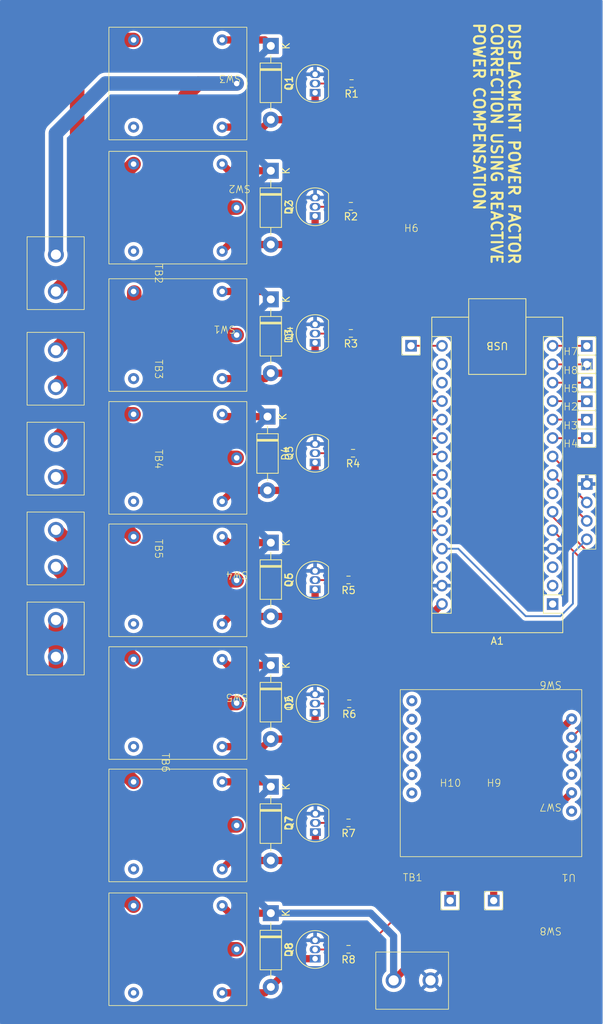
<source format=kicad_pcb>
(kicad_pcb (version 20221018) (generator pcbnew)
  (layers (0 "F.Cu" signal) (31 "B.Cu" signal) (34 "B.Paste" user) (35 "F.Paste" user) (36 "B.SilkS" user "B.Silkscreen") (37 "F.SilkS" user "F.Silkscreen") (38 "B.Mask" user) (39 "F.Mask" user) (44 "Edge.Cuts" user))
  (net 0 "")
  (net 1 "TX1")
  (net 2 "Net-(Q1-B)")
  (net 3 "RX1")
  (net 4 "Net-(Q2-B)")
  (net 5 "3V3")
  (net 6 "Net-(Q3-B)")
  (net 7 "+5V")
  (net 8 "Net-(Q5-B)")
  (net 9 "Net-(Q4-B)")
  (net 11 "GND")
  (net 12 "SIMTX")
  (net 13 "~SIMRX")
  (net 14 "D4")
  (net 15 "/PZEMRX")
  (net 16 "/PZEMTX")
  (net 17 "D7")
  (net 18 "D8")
  (net 19 "D9")
  (net 20 "D10")
  (net 21 "/switching_circuit/A0")
  (net 22 "/switching_circuit/A1")
  (net 23 "/switching_circuit/A2")
  (net 25 "/switching_circuit/A3")
  (net 26 "/switching_circuit/A4")
  (net 27 "/switching_circuit/A5")
  (net 28 "/switching_circuit/A6")
  (net 29 "/switching_circuit/A7")
  (net 30 "Net-(D6-A)")
  (net 31 "Net-(Q6-B)")
  (net 32 "Net-(Q7-B)")
  (net 34 "VIN")
  (net 35 "Net-(D1-A)")
  (net 44 "Net-(Q8-B)")
  (net 45 "/switching_circuit/SW_C1")
  (net 47 "/switching_circuit/SW_C2")
  (net 49 "/switching_circuit/SW_C3")
  (net 51 "/switching_circuit/SW_C4")
  (net 53 "/switching_circuit/SW_C5")
  (net 55 "/switching_circuit/SW_C6")
  (net 57 "/switching_circuit/SW_C7")
  (net 59 "/switching_circuit/SW_C8")
  (net 61 "MOSI")
  (net 62 "Net-(D2-A)")
  (net 63 "Net-(D3-A)")
  (net 64 "Net-(D5-A)")
  (net 65 "Net-(D7-A)")
  (net 66 "Net-(D8-A)")
  (net 67 "Net-(D4-A)")
  (net 68 "/switching_circuit/COM")
  (net 69 "MISO")
  (net 70 "SCK")
  (net 71 "VIN_buck")
  (net 72 "GND_buck")
  (footprint "Diode_THT:D_DO-41_SOD81_P10.16mm_Horizontal" (layer "F.Cu") (at 55.3 151.73 -90)
    (fp_text reference "D8" (at 5.08 -2.47 90) (layer "F.SilkS"))
    (fp_text value "1N4007")
    (fp_text user "K" (at 0 -2.1 90) (layer "F.SilkS"))
    (pad "1" thru_hole rect (at 0 0 270) (size 2.2 2.2) (drill 1.1) (layers "*.Cu" "*.Mask") (net 34 "VIN"))
    (pad "2" thru_hole oval (at 10.16 0 270) (size 2.2 2.2) (drill 1.1) (layers "*.Cu" "*.Mask") (net 66 "Net-(D8-A)"))
  )
  (footprint "Diode_THT:D_DO-41_SOD81_P10.16mm_Horizontal" (layer "F.Cu") (at 55.3 32.32 -90)
    (fp_text reference "D1" (at 5.08 -2.47 90) (layer "F.SilkS"))
    (fp_text value "1N4007")
    (fp_text user "K" (at 0 -2.1 90) (layer "F.SilkS"))
    (pad "1" thru_hole rect (at 0 0 270) (size 2.2 2.2) (drill 1.1) (layers "*.Cu" "*.Mask") (net 34 "VIN"))
    (pad "2" thru_hole oval (at 10.16 0 270) (size 2.2 2.2) (drill 1.1) (layers "*.Cu" "*.Mask") (net 35 "Net-(D1-A)"))
  )
  (footprint "Custom Library:TB_2pin" (layer "F.Cu") (at 25.7 101.5 -90)
    (fp_text reference "TB5" (at 0.08 -14.16 -90 unlocked) (layer "F.SilkS") (effects (font (thickness 0.1))))
    (fp_text value "Terminal_block_2pos")
    (pad "1" thru_hole circle (at -2.54 0 270) (size 2.2 2.2) (drill 1.4) (layers "*.Cu" "*.Mask") (net 55 "/switching_circuit/SW_C6"))
    (pad "2" thru_hole circle (at 2.54 0 270) (size 2.2 2.2) (drill 1.4) (layers "*.Cu" "*.Mask") (net 57 "/switching_circuit/SW_C7"))
  )
  (footprint "Diode_THT:D_DO-41_SOD81_P10.16mm_Horizontal" (layer "F.Cu") (at 55.3 67.22 -90)
    (fp_text reference "D3" (at 5.08 -2.47 90) (layer "F.SilkS"))
    (fp_text value "1N4007")
    (fp_text user "K" (at 0 -2.1 90) (layer "F.SilkS"))
    (pad "1" thru_hole rect (at 0 0 270) (size 2.2 2.2) (drill 1.1) (layers "*.Cu" "*.Mask") (net 34 "VIN"))
    (pad "2" thru_hole oval (at 10.16 0 270) (size 2.2 2.2) (drill 1.1) (layers "*.Cu" "*.Mask") (net 63 "Net-(D3-A)"))
  )
  (footprint "Custom Library:1pin_header" (layer "F.Cu") (at 98.825 76.17)
    (fp_text reference "H8" (at -2.225 0.83 unlocked) (layer "F.SilkS") (effects (font (thickness 0.1))))
    (fp_text value "1pin_header")
    (pad "1" thru_hole rect (at 0 0) (size 1.6 1.6) (drill 1) (layers "*.Cu" "*.Mask") (net 61 "MOSI"))
  )
  (footprint "Package_TO_SOT_THT:TO-92_Inline" (layer "F.Cu") (at 61.4 73.2 90)
    (fp_text reference "Q4" (at 1.27 -3.56 90) (layer "F.SilkS"))
    (fp_text value "BC547")
    (pad "1" thru_hole rect (at 0 0 90) (size 1.05 1.5) (drill 0.75) (layers "*.Cu" "*.Mask") (net 63 "Net-(D3-A)"))
    (pad "2" thru_hole oval (at 1.27 0 90) (size 1.05 1.5) (drill 0.75) (layers "*.Cu" "*.Mask") (net 9 "Net-(Q4-B)"))
    (pad "3" thru_hole oval (at 2.54 0 90) (size 1.05 1.5) (drill 0.75) (layers "*.Cu" "*.Mask") (net 11 "GND"))
  )
  (footprint "Custom Library:JQC-3FC(T73) DC5V" (layer "F.Cu") (at 50.6 89.04 180)
    (fp_text reference "SW4" (at -0.04 -16.14 180 unlocked) (layer "F.SilkS") (effects (font (thickness 0.1))))
    (fp_text value "JQC-3FC(T73) DC5V")
    (pad "1" thru_hole circle (at 0 0 180) (size 1.524 1.524) (drill 0.762) (layers "*.Cu" "*.Mask") (net 68 "/switching_circuit/COM"))
    (pad "2" thru_hole circle (at 2 6 180) (size 1.524 1.524) (drill 0.762) (layers "*.Cu" "*.Mask") (net 34 "VIN"))
    (pad "3" thru_hole circle (at 2 -6 180) (size 1.524 1.524) (drill 0.762) (layers "*.Cu" "*.Mask") (net 67 "Net-(D4-A)"))
    (pad "4" thru_hole circle (at 14.2 -6 180) (size 1.524 1.524) (drill 0.762) (layers "*.Cu" "*.Mask"))
    (pad "5" thru_hole circle (at 14.2 6 180) (size 1.524 1.524) (drill 0.762) (layers "*.Cu" "*.Mask") (net 51 "/switching_circuit/SW_C4"))
  )
  (footprint "Custom Library:JQC-3FC(T73) DC5V" (layer "F.Cu") (at 50.6 139.65 180)
    (fp_text reference "SW7" (at -43.245 2.505 180 unlocked) (layer "F.SilkS") (effects (font (thickness 0.1))))
    (fp_text value "JQC-3FC(T73) DC5V")
    (pad "1" thru_hole circle (at 0 0 180) (size 1.524 1.524) (drill 0.762) (layers "*.Cu" "*.Mask") (net 68 "/switching_circuit/COM"))
    (pad "2" thru_hole circle (at 2 6 180) (size 1.524 1.524) (drill 0.762) (layers "*.Cu" "*.Mask") (net 34 "VIN"))
    (pad "3" thru_hole circle (at 2 -6 180) (size 1.524 1.524) (drill 0.762) (layers "*.Cu" "*.Mask") (net 65 "Net-(D7-A)"))
    (pad "4" thru_hole circle (at 14.2 -6 180) (size 1.524 1.524) (drill 0.762) (layers "*.Cu" "*.Mask"))
    (pad "5" thru_hole circle (at 14.2 6 180) (size 1.524 1.524) (drill 0.762) (layers "*.Cu" "*.Mask") (net 57 "/switching_circuit/SW_C7"))
  )
  (footprint "Package_TO_SOT_THT:TO-92_Inline" (layer "F.Cu") (at 61.4 107.14 90)
    (fp_text reference "Q6" (at 1.27 -3.56 90) (layer "F.SilkS"))
    (fp_text value "BC547")
    (pad "1" thru_hole rect (at 0 0 90) (size 1.05 1.5) (drill 0.75) (layers "*.Cu" "*.Mask") (net 64 "Net-(D5-A)"))
    (pad "2" thru_hole oval (at 1.27 0 90) (size 1.05 1.5) (drill 0.75) (layers "*.Cu" "*.Mask") (net 31 "Net-(Q6-B)"))
    (pad "3" thru_hole oval (at 2.54 0 90) (size 1.05 1.5) (drill 0.75) (layers "*.Cu" "*.Mask") (net 11 "GND"))
  )
  (footprint "Resistor_SMD:R_0603_1608Metric" (layer "F.Cu") (at 66.325 54.4 180)
    (fp_text reference "R2" (at 0 -1.43) (layer "F.SilkS"))
    (fp_text value "R0603_1k")
    (pad "1" smd roundrect (at -0.825 0 180) (size 0.8 0.95) (layers "F.Cu" "F.Paste" "F.Mask") (net 22 "/switching_circuit/A1"))
    (pad "2" smd roundrect (at 0.825 0 180) (size 0.8 0.95) (layers "F.Cu" "F.Paste" "F.Mask") (net 6 "Net-(Q3-B)"))
  )
  (footprint "Package_TO_SOT_THT:TO-92_Inline" (layer "F.Cu") (at 61.4 55.74 90)
    (fp_text reference "Q3" (at 1.27 -3.56 90) (layer "F.SilkS"))
    (fp_text value "BC547")
    (pad "1" thru_hole rect (at 0 0 90) (size 1.05 1.5) (drill 0.75) (layers "*.Cu" "*.Mask") (net 62 "Net-(D2-A)"))
    (pad "2" thru_hole oval (at 1.27 0 90) (size 1.05 1.5) (drill 0.75) (layers "*.Cu" "*.Mask") (net 6 "Net-(Q3-B)"))
    (pad "3" thru_hole oval (at 2.54 0 90) (size 1.05 1.5) (drill 0.75) (layers "*.Cu" "*.Mask") (net 11 "GND"))
  )
  (footprint "Package_TO_SOT_THT:TO-92_Inline" (layer "F.Cu") (at 61.4 38.77 90)
    (fp_text reference "Q1" (at 1.27 -3.56 90) (layer "F.SilkS"))
    (fp_text value "BC547")
    (pad "1" thru_hole rect (at 0 0 90) (size 1.05 1.5) (drill 0.75) (layers "*.Cu" "*.Mask") (net 35 "Net-(D1-A)"))
    (pad "2" thru_hole oval (at 1.27 0 90) (size 1.05 1.5) (drill 0.75) (layers "*.Cu" "*.Mask") (net 2 "Net-(Q1-B)"))
    (pad "3" thru_hole oval (at 2.54 0 90) (size 1.05 1.5) (drill 0.75) (layers "*.Cu" "*.Mask") (net 11 "GND"))
  )
  (footprint "Custom Library:JQC-3FC(T73) DC5V" (layer "F.Cu") (at 50.6 122.8 180)
    (fp_text reference "SW6" (at -43.245 2.505 180 unlocked) (layer "F.SilkS") (effects (font (thickness 0.1))))
    (fp_text value "JQC-3FC(T73) DC5V")
    (pad "1" thru_hole circle (at 0 0 180) (size 1.524 1.524) (drill 0.762) (layers "*.Cu" "*.Mask") (net 68 "/switching_circuit/COM"))
    (pad "2" thru_hole circle (at 2 6 180) (size 1.524 1.524) (drill 0.762) (layers "*.Cu" "*.Mask") (net 34 "VIN"))
    (pad "3" thru_hole circle (at 2 -6 180) (size 1.524 1.524) (drill 0.762) (layers "*.Cu" "*.Mask") (net 30 "Net-(D6-A)"))
    (pad "4" thru_hole circle (at 14.2 -6 180) (size 1.524 1.524) (drill 0.762) (layers "*.Cu" "*.Mask"))
    (pad "5" thru_hole circle (at 14.2 6 180) (size 1.524 1.524) (drill 0.762) (layers "*.Cu" "*.Mask") (net 55 "/switching_circuit/SW_C6"))
  )
  (footprint "Custom Library:JQC-3FC(T73) DC5V" (layer "F.Cu") (at 50.6 156.7 180)
    (fp_text reference "SW8" (at -43.245 2.505 180 unlocked) (layer "F.SilkS") (effects (font (thickness 0.1))))
    (fp_text value "JQC-3FC(T73) DC5V")
    (pad "1" thru_hole circle (at 0 0 180) (size 1.524 1.524) (drill 0.762) (layers "*.Cu" "*.Mask") (net 68 "/switching_circuit/COM"))
    (pad "2" thru_hole circle (at 2 6 180) (size 1.524 1.524) (drill 0.762) (layers "*.Cu" "*.Mask") (net 34 "VIN"))
    (pad "3" thru_hole circle (at 2 -6 180) (size 1.524 1.524) (drill 0.762) (layers "*.Cu" "*.Mask") (net 66 "Net-(D8-A)"))
    (pad "4" thru_hole circle (at 14.2 -6 180) (size 1.524 1.524) (drill 0.762) (layers "*.Cu" "*.Mask"))
    (pad "5" thru_hole circle (at 14.2 6 180) (size 1.524 1.524) (drill 0.762) (layers "*.Cu" "*.Mask") (net 59 "/switching_circuit/SW_C8"))
  )
  (footprint "Resistor_SMD:R_0603_1608Metric" (layer "F.Cu") (at 66.425 37.5 180)
    (fp_text reference "R1" (at 0 -1.43) (layer "F.SilkS"))
    (fp_text value "R0603_1k")
    (pad "1" smd roundrect (at -0.825 0 180) (size 0.8 0.95) (layers "F.Cu" "F.Paste" "F.Mask") (net 21 "/switching_circuit/A0"))
    (pad "2" smd roundrect (at 0.825 0 180) (size 0.8 0.95) (layers "F.Cu" "F.Paste" "F.Mask") (net 2 "Net-(Q1-B)"))
  )
  (footprint "Custom Library:JQC-3FC(T73) DC5V" (layer "F.Cu") (at 50.6 54.59 180)
    (fp_text reference "SW2" (at -0.4 2.59 180 unlocked) (layer "F.SilkS") (effects (font (thickness 0.1))))
    (fp_text value "JQC-3FC(T73) DC5V")
    (pad "1" thru_hole circle (at 0 0 180) (size 1.524 1.524) (drill 0.762) (layers "*.Cu" "*.Mask") (net 68 "/switching_circuit/COM"))
    (pad "2" thru_hole circle (at 2 6 180) (size 1.524 1.524) (drill 0.762) (layers "*.Cu" "*.Mask") (net 34 "VIN"))
    (pad "3" thru_hole circle (at 2 -6 180) (size 1.524 1.524) (drill 0.762) (layers "*.Cu" "*.Mask") (net 62 "Net-(D2-A)"))
    (pad "4" thru_hole circle (at 14.2 -6 180) (size 1.524 1.524) (drill 0.762) (layers "*.Cu" "*.Mask"))
    (pad "5" thru_hole circle (at 14.2 6 180) (size 1.524 1.524) (drill 0.762) (layers "*.Cu" "*.Mask") (net 47 "/switching_circuit/SW_C2"))
  )
  (footprint "Custom Library:1pin_header" (layer "F.Cu") (at 80 150)
    (fp_text reference "H10" (at 0.04 -16.18 unlocked) (layer "F.SilkS") (effects (font (thickness 0.1))))
    (fp_text value "1pin_header")
    (pad "1" thru_hole rect (at 0 0) (size 1.6 1.6) (drill 1) (layers "*.Cu" "*.Mask") (net 72 "GND_buck"))
  )
  (footprint "Resistor_SMD:R_0603_1608Metric" (layer "F.Cu") (at 66 105.85 180)
    (fp_text reference "R5" (at 0 -1.43) (layer "F.SilkS"))
    (fp_text value "R0603_1k")
    (pad "1" smd roundrect (at -0.825 0 180) (size 0.8 0.95) (layers "F.Cu" "F.Paste" "F.Mask") (net 26 "/switching_circuit/A4"))
    (pad "2" smd roundrect (at 0.825 0 180) (size 0.8 0.95) (layers "F.Cu" "F.Paste" "F.Mask") (net 31 "Net-(Q6-B)"))
  )
  (footprint "Diode_THT:D_DO-41_SOD81_P10.16mm_Horizontal" (layer "F.Cu") (at 54.85 83.36 -90)
    (fp_text reference "D4" (at 5.08 -2.47 90) (layer "F.SilkS"))
    (fp_text value "1N4007")
    (fp_text user "K" (at 0 -2.1 90) (layer "F.SilkS"))
    (pad "1" thru_hole rect (at 0 0 270) (size 2.2 2.2) (drill 1.1) (layers "*.Cu" "*.Mask") (net 34 "VIN"))
    (pad "2" thru_hole oval (at 10.16 0 270) (size 2.2 2.2) (drill 1.1) (layers "*.Cu" "*.Mask") (net 67 "Net-(D4-A)"))
  )
  (footprint "Resistor_SMD:R_0603_1608Metric" (layer "F.Cu") (at 66.325 71.9 180)
    (fp_text reference "R3" (at 0 -1.43) (layer "F.SilkS"))
    (fp_text value "R0603_1k")
    (pad "1" smd roundrect (at -0.825 0 180) (size 0.8 0.95) (layers "F.Cu" "F.Paste" "F.Mask") (net 23 "/switching_circuit/A2"))
    (pad "2" smd roundrect (at 0.825 0 180) (size 0.8 0.95) (layers "F.Cu" "F.Paste" "F.Mask") (net 9 "Net-(Q4-B)"))
  )
  (footprint "Resistor_SMD:R_0603_1608Metric" (layer "F.Cu") (at 66.1 122.9 180)
    (fp_text reference "R6" (at 0 -1.43) (layer "F.SilkS"))
    (fp_text value "R0603_1k")
    (pad "1" smd roundrect (at -0.825 0 180) (size 0.8 0.95) (layers "F.Cu" "F.Paste" "F.Mask") (net 27 "/switching_circuit/A5"))
    (pad "2" smd roundrect (at 0.825 0 180) (size 0.8 0.95) (layers "F.Cu" "F.Paste" "F.Mask") (net 4 "Net-(Q2-B)"))
  )
  (footprint "Custom Library:TB_2pin" (layer "F.Cu") (at 25.7 89.14 -90)
    (fp_text reference "TB4" (at 0.08 -14.16 -90 unlocked) (layer "F.SilkS") (effects (font (thickness 0.1))))
    (fp_text value "Terminal_block_2pos")
    (pad "1" thru_hole circle (at -2.54 0 270) (size 2.2 2.2) (drill 1.4) (layers "*.Cu" "*.Mask") (net 51 "/switching_circuit/SW_C4"))
    (pad "2" thru_hole circle (at 2.54 0 270) (size 2.2 2.2) (drill 1.4) (layers "*.Cu" "*.Mask") (net 53 "/switching_circuit/SW_C5"))
  )
  (footprint "Custom Library:JQC-3FC(T73) DC5V" (layer "F.Cu") (at 50.6 72.13 180)
    (fp_text reference "SW3" (at 0.92 35.3 180 unlocked) (layer "F.SilkS") (effects (font (thickness 0.1))))
    (fp_text value "JQC-3FC(T73) DC5V")
    (pad "1" thru_hole circle (at 0 0 180) (size 1.524 1.524) (drill 0.762) (layers "*.Cu" "*.Mask") (net 68 "/switching_circuit/COM"))
    (pad "2" thru_hole circle (at 2 6 180) (size 1.524 1.524) (drill 0.762) (layers "*.Cu" "*.Mask") (net 34 "VIN"))
    (pad "3" thru_hole circle (at 2 -6 180) (size 1.524 1.524) (drill 0.762) (layers "*.Cu" "*.Mask") (net 63 "Net-(D3-A)"))
    (pad "4" thru_hole circle (at 14.2 -6 180) (size 1.524 1.524) (drill 0.762) (layers "*.Cu" "*.Mask"))
    (pad "5" thru_hole circle (at 14.2 6 180) (size 1.524 1.524) (drill 0.762) (layers "*.Cu" "*.Mask") (net 49 "/switching_circuit/SW_C3"))
  )
  (footprint "Custom Library:JQC-3FC(T73) DC5V" (layer "F.Cu") (at 50.6 105.9 180)
    (fp_text reference "SW5" (at -0.04 -16.14 180 unlocked) (layer "F.SilkS") (effects (font (thickness 0.1))))
    (fp_text value "JQC-3FC(T73) DC5V")
    (pad "1" thru_hole circle (at 0 0 180) (size 1.524 1.524) (drill 0.762) (layers "*.Cu" "*.Mask") (net 68 "/switching_circuit/COM"))
    (pad "2" thru_hole circle (at 2 6 180) (size 1.524 1.524) (drill 0.762) (layers "*.Cu" "*.Mask") (net 34 "VIN"))
    (pad "3" thru_hole circle (at 2 -6 180) (size 1.524 1.524) (drill 0.762) (layers "*.Cu" "*.Mask") (net 64 "Net-(D5-A)"))
    (pad "4" thru_hole circle (at 14.2 -6 180) (size 1.524 1.524) (drill 0.762) (layers "*.Cu" "*.Mask"))
    (pad "5" thru_hole circle (at 14.2 6 180) (size 1.524 1.524) (drill 0.762) (layers "*.Cu" "*.Mask") (net 53 "/switching_circuit/SW_C5"))
  )
  (footprint "Custom Library:1pin_header" (layer "F.Cu") (at 98.825 73.63)
    (fp_text reference "H7" (at -2.225 0.77 unlocked) (layer "F.SilkS") (effects (font (thickness 0.1))))
    (fp_text value "1pin_header")
    (pad "1" thru_hole rect (at 0 0) (size 1.6 1.6) (drill 1) (layers "*.Cu" "*.Mask") (net 69 "MISO"))
  )
  (footprint "Module:Arduino_Nano" (layer "F.Cu") (at 94.115 109.17 180)
    (fp_text reference "A1" (at 7.62 -5.08) (layer "F.SilkS"))
    (fp_text value "Arduino_Nano_Every")
    (fp_text user "USB" (at 7.62 35.56 180 unlocked) (layer "F.SilkS"))
    (pad "1" thru_hole rect (at 0 0 180) (size 1.6 1.6) (drill 1) (layers "*.Cu" "*.Mask") (net 1 "TX1"))
    (pad "2" thru_hole oval (at 0 2.54 180) (size 1.6 1.6) (drill 1) (layers "*.Cu" "*.Mask") (net 3 "RX1"))
    (pad "3" thru_hole oval (at 0 5.08 180) (size 1.6 1.6) (drill 1) (layers "*.Cu" "*.Mask"))
    (pad "4" thru_hole oval (at 0 7.62 180) (size 1.6 1.6) (drill 1) (layers "*.Cu" "*.Mask") (net 11 "GND"))
    (pad "5" thru_hole oval (at 0 10.16 180) (size 1.6 1.6) (drill 1) (layers "*.Cu" "*.Mask") (net 12 "SIMTX"))
    (pad "6" thru_hole oval (at 0 12.7 180) (size 1.6 1.6) (drill 1) (layers "*.Cu" "*.Mask") (net 13 "~SIMRX"))
    (pad "7" thru_hole oval (at 0 15.24 180) (size 1.6 1.6) (drill 1) (layers "*.Cu" "*.Mask") (net 14 "D4"))
    (pad "8" thru_hole oval (at 0 17.78 180) (size 1.6 1.6) (drill 1) (layers "*.Cu" "*.Mask") (net 15 "/PZEMRX"))
    (pad "9" thru_hole oval (at 0 20.32 180) (size 1.6 1.6) (drill 1) (layers "*.Cu" "*.Mask") (net 16 "/PZEMTX"))
    (pad "10" thru_hole oval (at 0 22.86 180) (size 1.6 1.6) (drill 1) (layers "*.Cu" "*.Mask") (net 17 "D7"))
    (pad "11" thru_hole oval (at 0 25.4 180) (size 1.6 1.6) (drill 1) (layers "*.Cu" "*.Mask") (net 18 "D8"))
    (pad "12" thru_hole oval (at 0 27.94 180) (size 1.6 1.6) (drill 1) (layers "*.Cu" "*.Mask") (net 19 "D9"))
    (pad "13" thru_hole oval (at 0 30.48 180) (size 1.6 1.6) (drill 1) (layers "*.Cu" "*.Mask") (net 20 "D10"))
    (pad "14" thru_hole oval (at 0 33.02 180) (size 1.6 1.6) (drill 1) (layers "*.Cu" "*.Mask") (net 61 "MOSI"))
    (pad "15" thru_hole oval (at 0 35.56 180) (size 1.6 1.6) (drill 1) (layers "*.Cu" "*.Mask") (net 69 "MISO"))
    (pad "16" thru_hole oval (at 15.24 35.56 180) (size 1.6 1.6) (drill 1) (layers "*.Cu" "*.Mask") (net 70 "SCK"))
    (pad "17" thru_hole oval (at 15.24 33.02 180) (size 1.6 1.6) (drill 1) (layers "*.Cu" "*.Mask") (net 5 "3V3"))
    (pad "18" thru_hole oval (at 15.24 30.48 180) (size 1.6 1.6) (drill 1) (layers "*.Cu" "*.Mask"))
    (pad "19" thru_hole oval (at 15.24 27.94 180) (size 1.6 1.6) (drill 1) (layers "*.Cu" "*.Mask") (net 21 "/switching_circuit/A0"))
    (pad "20" thru_hole oval (at 15.24 25.4 180) (size 1.6 1.6) (drill 1) (layers "*.Cu" "*.Mask") (net 22 "/switching_circuit/A1"))
    (pad "21" thru_hole oval (at 15.24 22.86 180) (size 1.6 1.6) (drill 1) (layers "*.Cu" "*.Mask") (net 23 "/switching_circuit/A2"))
    (pad "22" thru_hole oval (at 15.24 20.32 180) (size 1.6 1.6) (drill 1) (layers "*.Cu" "*.Mask") (net 25 "/switching_circuit/A3"))
    (pad "23" thru_hole oval (at 15.24 17.78 180) (size 1.6 1.6) (drill 1) (layers "*.Cu" "*.Mask") (net 26 "/switching_circuit/A4"))
    (pad "24" thru_hole oval (at 15.24 15.24 180) (size 1.6 1.6) (drill 1) (layers "*.Cu" "*.Mask") (net 27 "/switching_circuit/A5"))
    (pad "25" thru_hole oval (at 15.24 12.7 180) (size 1.6 1.6) (drill 1) (layers "*.Cu" "*.Mask") (net 28 "/switching_circuit/A6"))
    (pad "26" thru_hole oval (at 15.24 10.16 180) (size 1.6 1.6) (drill 1) (layers "*.Cu" "*.Mask") (net 29 "/switching_circuit/A7"))
    (pad "27" thru_hole oval (at 15.24 7.62 180) (size 1.6 1.6) (drill 1) (layers "*.Cu" "*.Mask") (net 7 "+5V"))
    (pad "28" thru_hole oval (at 15.24 5.08 180) (size 1.6 1.6) (drill 1) (layers "*.Cu" "*.Mask"))
    (pad "29" thru_hole oval (at 15.24 2.54 180) (size 1.6 1.6) (drill 1) (layers "*.Cu" "*.Mask") (net 11 "GND"))
    (pad "30" thru_hole oval (at 15.24 0 180) (size 1.6 1.6) (drill 1) (layers "*.Cu" "*.Mask") (net 34 "VIN"))
  )
  (footprint "Custom Library:1pin_header" (layer "F.Cu") (at 74.615 73.61)
    (fp_text reference "H6" (at 0.04 -16.18 unlocked) (layer "F.SilkS") (effects (font (thickness 0.1))))
    (fp_text value "1pin_header")
    (pad "1" thru_hole rect (at 0 0) (size 1.6 1.6) (drill 1) (layers "*.Cu" "*.Mask") (net 70 "SCK"))
  )
  (footprint "Package_TO_SOT_THT:TO-92_Inline" (layer "F.Cu") (at 61.4 124.14 90)
    (fp_text reference "Q2" (at 1.27 -3.56 90) (layer "F.SilkS"))
    (fp_text value "BC547")
    (pad "1" thru_hole rect (at 0 0 90) (size 1.05 1.5) (drill 0.75) (layers "*.Cu" "*.Mask") (net 30 "Net-(D6-A)"))
    (pad "2" thru_hole oval (at 1.27 0 90) (size 1.05 1.5) (drill 0.75) (layers "*.Cu" "*.Mask") (net 4 "Net-(Q2-B)"))
    (pad "3" thru_hole oval (at 2.54 0 90) (size 1.05 1.5) (drill 0.75) (layers "*.Cu" "*.Mask") (net 11 "GND"))
  )
  (footprint "Resistor_SMD:R_0603_1608Metric" (layer "F.Cu") (at 66.625 88.4 180)
    (fp_text reference "R4" (at 0 -1.43) (layer "F.SilkS"))
    (fp_text value "R0603_1k")
    (pad "1" smd roundrect (at -0.825 0 180) (size 0.8 0.95) (layers "F.Cu" "F.Paste" "F.Mask") (net 25 "/switching_circuit/A3"))
    (pad "2" smd roundrect (at 0.825 0 180) (size 0.8 0.95) (layers "F.Cu" "F.Paste" "F.Mask") (net 8 "Net-(Q5-B)"))
  )
  (footprint "Custom Library:1pin_header" (layer "F.Cu") (at 86 150)
    (fp_text reference "H9" (at 0.04 -16.18 unlocked) (layer "F.SilkS") (effects (font (thickness 0.1))))
    (fp_text value "1pin_header")
    (pad "1" thru_hole rect (at 0 0) (size 1.6 1.6) (drill 1) (layers "*.Cu" "*.Mask") (net 71 "VIN_buck"))
  )
  (footprint "Custom Library:TB_2pin" (layer "F.Cu") (at 25.7 76.76 -90)
    (fp_text reference "TB3" (at 0.08 -14.16 -90 unlocked) (layer "F.SilkS") (effects (font (thickness 0.1))))
    (fp_text value "Terminal_block_2pos")
    (pad "1" thru_hole circle (at -2.54 0 270) (size 2.2 2.2) (drill 1.4) (layers "*.Cu" "*.Mask") (net 47 "/switching_circuit/SW_C2"))
    (pad "2" thru_hole circle (at 2.54 0 270) (size 2.2 2.2) (drill 1.4) (layers "*.Cu" "*.Mask") (net 49 "/switching_circuit/SW_C3"))
  )
  (footprint "Resistor_SMD:R_0603_1608Metric" (layer "F.Cu") (at 66 139.3 180)
    (fp_text reference "R7" (at 0 -1.43) (layer "F.SilkS"))
    (fp_text value "R0603_1k")
    (pad "1" smd roundrect (at -0.825 0 180) (size 0.8 0.95) (layers "F.Cu" "F.Paste" "F.Mask") (net 28 "/switching_circuit/A6"))
    (pad "2" smd roundrect (at 0.825 0 180) (size 0.8 0.95) (layers "F.Cu" "F.Paste" "F.Mask") (net 32 "Net-(Q7-B)"))
  )
  (footprint "Package_TO_SOT_THT:TO-92_Inline" (layer "F.Cu") (at 61.4 158 90)
    (fp_text reference "Q8" (at 1.27 -3.56 90) (layer "F.SilkS"))
    (fp_text value "BC547")
    (pad "1" thru_hole rect (at 0 0 90) (size 1.05 1.5) (drill 0.75) (layers "*.Cu" "*.Mask") (net 66 "Net-(D8-A)"))
    (pad "2" thru_hole oval (at 1.27 0 90) (size 1.05 1.5) (drill 0.75) (layers "*.Cu" "*.Mask") (net 44 "Net-(Q8-B)"))
    (pad "3" thru_hole oval (at 2.54 0 90) (size 1.05 1.5) (drill 0.75) (layers "*.Cu" "*.Mask") (net 11 "GND"))
  )
  (footprint "Resistor_SMD:R_0603_1608Metric" (layer "F.Cu") (at 66 156.7 180)
    (fp_text reference "R8" (at 0 -1.43) (layer "F.SilkS"))
    (fp_text value "R0603_1k")
    (pad "1" smd roundrect (at -0.825 0 180) (size 0.8 0.95) (layers "F.Cu" "F.Paste" "F.Mask") (net 29 "/switching_circuit/A7"))
    (pad "2" smd roundrect (at 0.825 0 180) (size 0.8 0.95) (layers "F.Cu" "F.Paste" "F.Mask") (net 44 "Net-(Q8-B)"))
  )
  (footprint "Custom Library:TB_2pin" (layer "F.Cu") (at 25.7 63.6 -90)
    (fp_text reference "TB2" (at 0.08 -14.16 -90 unlocked) (layer "F.SilkS") (effects (font (thickness 0.1))))
    (fp_text value "Terminal_block_2pos")
    (pad "1" thru_hole circle (at -2.54 0 270) (size 2.2 2.2) (drill 1.4) (layers "*.Cu" "*.Mask") (net 68 "/switching_circuit/COM"))
    (pad "2" thru_hole circle (at 2.54 0 270) (size 2.2 2.2) (drill 1.4) (layers "*.Cu" "*.Mask") (net 45 "/switching_circuit/SW_C1"))
  )
  (footprint "Custom Library:JQC-3FC(T73) DC5V" (layer "F.Cu") (at 50.6 37.5 180)
    (fp_text reference "SW1" (at 1.68 -33.85 180 unlocked) (layer "F.SilkS") (effects (font (thickness 0.1))))
    (fp_text value "JQC-3FC(T73) DC5V")
    (pad "1" thru_hole circle (at 0 0 180) (size 1.524 1.524) (drill 0.762) (layers "*.Cu" "*.Mask") (net 68 "/switching_circuit/COM"))
    (pad "2" thru_hole circle (at 2 6 180) (size 1.524 1.524) (drill 0.762) (layers "*.Cu" "*.Mask") (net 34 "VIN"))
    (pad "3" thru_hole circle (at 2 -6 180) (size 1.524 1.524) (drill 0.762) (layers "*.Cu" "*.Mask") (net 35 "Net-(D1-A)"))
    (pad "4" thru_hole circle (at 14.2 -6 180) (size 1.524 1.524) (drill 0.762) (layers "*.Cu" "*.Mask"))
    (pad "5" thru_hole circle (at 14.2 6 180) (size 1.524 1.524) (drill 0.762) (layers "*.Cu" "*.Mask") (net 45 "/switching_circuit/SW_C1"))
  )
  (footprint "Custom Library:1pin_header" (layer "F.Cu") (at 98.825 83.79)
    (fp_text reference "H3" (at -2.225 0.81 unlocked) (layer "F.SilkS") (effects (font (thickness 0.1))))
    (fp_text value "1pin_header")
    (pad "1" thru_hole rect (at 0 0) (size 1.6 1.6) (drill 1) (layers "*.Cu" "*.Mask") (net 18 "D8"))
  )
  (footprint "GSM M1:GSM M1" (layer "F.Cu") (at 96.73 135.15 180)
    (fp_text reference "U1" (at 0.4 -11.7 180 unlocked) (layer "F.SilkS") (effects (font (thickness 0.1))))
    (fp_text value "SIM800L")
    (pad "1" thru_hole circle (at 22 12.66 180) (size 1.524 1.524) (drill 0.762) (layers "*.Cu" "*.Mask"))
    (pad "2" thru_hole circle (at 22 10.12 180) (size 1.524 1.524) (drill 0.762) (layers "*.Cu" "*.Mask"))
    (pad "3" thru_hole circle (at 22 7.58 180) (size 1.524 1.524) (drill 0.762) (layers "*.Cu" "*.Mask"))
    (pad "4" thru_hole circle (at 22 5.04 180) (size 1.524 1.524) (drill 0.762) (layers "*.Cu" "*.Mask"))
    (pad "5" thru_hole circle (at 22 2.5 180) (size 1.524 1.524) (drill 0.762) (layers "*.Cu" "*.Mask"))
    (pad "6" thru_hole circle (at 22 -0.04 180) (size 1.524 1.524) (drill 0.762) (layers "*.Cu" "*.Mask"))
    (pad "7" thru_hole circle (at 0 -2.54 180) (size 1.524 1.524) (drill 0.762) (layers "*.Cu" "*.Mask"))
    (pad "8" thru_hole circle (at 0 0 180) (size 1.524 1.524) (drill 0.762) (layers "*.Cu" "*.Mask") (net 71 "VIN_buck"))
    (pad "9" thru_hole circle (at 0 2.54 180) (size 1.524 1.524) (drill 0.762) (layers "*.Cu" "*.Mask"))
    (pad "10" thru_hole circle (at 0 5.08 180) (size 1.524 1.524) (drill 0.762) (layers "*.Cu" "*.Mask") (net 13 "~SIMRX"))
    (pad "11" thru_hole circle (at 0 7.62 180) (size 1.524 1.524) (drill 0.762) (layers "*.Cu" "*.Mask") (net 12 "SIMTX"))
    (pad "12" thru_hole circle (at 0 10.16 180) (size 1.524 1.524) (drill 0.762) (layers "*.Cu" "*.Mask") (net 72 "GND_buck"))
  )
  (footprint "Custom Library:1pin_header" (layer "F.Cu") (at 98.825 78.67)
    (fp_text reference "H5" (at -2.225 0.83 unlocked) (layer "F.SilkS") (effects (font (thickness 0.1))))
    (fp_text value "1pin_header")
    (pad "1" thru_hole rect (at 0 0) (size 1.6 1.6) (drill 1) (layers "*.Cu" "*.Mask") (net 20 "D10"))
  )
  (footprint "Diode_THT:D_DO-41_SOD81_P10.16mm_Horizontal" (layer "F.Cu") (at 55.3 134.32 -90)
    (fp_text reference "D7" (at 5.08 -2.47 90) (layer "F.SilkS"))
    (fp_text value "1N4007")
    (fp_text user "K" (at 0 -2.1 90) (layer "F.SilkS"))
    (pad "1" thru_hole rect (at 0 0 270) (size 2.2 2.2) (drill 1.1) (layers "*.Cu" "*.Mask") (net 34 "VIN"))
    (pad "2" thru_hole oval (at 10.16 0 270) (size 2.2 2.2) (drill 1.1) (layers "*.Cu" "*.Mask") (net 65 "Net-(D7-A)"))
  )
  (footprint "Custom Library:TB_2pin" (layer "F.Cu") (at 25.7 113.9 -90)
    (fp_text reference "TB6" (at 17.11 -15.1 -90 unlocked) (layer "F.SilkS") (effects (font (thickness 0.1))))
    (fp_text value "Terminal_block_2pos")
    (pad "1" thru_hole circle (at -2.54 0 270) (size 2.2 2.2) (drill 1.4) (layers "*.Cu" "*.Mask") (net 59 "/switching_circuit/SW_C8"))
    (pad "2" thru_hole circle (at 2.54 0 270) (size 2.2 2.2) (drill 1.4) (layers "*.Cu" "*.Mask") (net 59 "/switching_circuit/SW_C8"))
  )
  (footprint "Package_TO_SOT_THT:TO-92_Inline" (layer "F.Cu") (at 61.4 89.67 90)
    (fp_text reference "Q5" (at 1.27 -3.56 90) (layer "F.SilkS"))
    (fp_text value "BC547")
    (pad "1" thru_hole rect (at 0 0 90) (size 1.05 1.5) (drill 0.75) (layers "*.Cu" "*.Mask") (net 67 "Net-(D4-A)"))
    (pad "2" thru_hole oval (at 1.27 0 90) (size 1.05 1.5) (drill 0.75) (layers "*.Cu" "*.Mask") (net 8 "Net-(Q5-B)"))
    (pad "3" thru_hole oval (at 2.54 0 90) (size 1.05 1.5) (drill 0.75) (layers "*.Cu" "*.Mask") (net 11 "GND"))
  )
  (footprint "Custom Library:1pin_header" (layer "F.Cu") (at 98.825 81.25)
    (fp_text reference "H2" (at -2.225 0.75 unlocked) (layer "F.SilkS") (effects (font (thickness 0.1))))
    (fp_text value "1pin_header")
    (pad "1" thru_hole rect (at 0 0) (size 1.6 1.6) (drill 1) (layers "*.Cu" "*.Mask") (net 19 "D9"))
  )
  (footprint "Diode_THT:D_DO-41_SOD81_P10.16mm_Horizontal" (layer "F.Cu") (at 55.3 117.6 -90)
    (fp_text reference "D6" (at 5.08 -2.47 90) (layer "F.SilkS"))
    (fp_text value "1N4007")
    (fp_text user "K" (at 0 -2.1 90) (layer "F.SilkS"))
    (pad "1" thru_hole rect (at 0 0 270) (size 2.2 2.2) (drill 1.1) (layers "*.Cu" "*.Mask") (net 34 "VIN"))
    (pad "2" thru_hole oval (at 10.16 0 270) (size 2.2 2.2) (drill 1.1) (layers "*.Cu" "*.Mask") (net 30 "Net-(D6-A)"))
  )
  (footprint "Diode_THT:D_DO-41_SOD81_P10.16mm_Horizontal" (layer "F.Cu") (at 55.3 49.51 -90)
    (fp_text reference "D2" (at 5.08 -2.47 90) (layer "F.SilkS"))
    (fp_text value "1N4007")
    (fp_text user "K" (at 0 -2.1 90) (layer "F.SilkS"))
    (pad "1" thru_hole rect (at 0 0 270) (size 2.2 2.2) (drill 1.1) (layers "*.Cu" "*.Mask") (net 34 "VIN"))
    (pad "2" thru_hole oval (at 10.16 0 270) (size 2.2 2.2) (drill 1.1) (layers "*.Cu" "*.Mask") (net 62 "Net-(D2-A)"))
  )
  (footprint "Custom Library:TB_2pin" (layer "F.Cu") (at 74.76 160.985)
    (fp_text reference "TB1" (at 0.08 -14.16 unlocked) (layer "F.SilkS") (effects (font (thickness 0.1))))
    (fp_text value "Terminal_block_2pos")
    (pad "1" thru_hole circle (at -2.54 0) (size 2.2 2.2) (drill 1.4) (layers "*.Cu" "*.Mask") (net 34 "VIN"))
    (pad "2" thru_hole circle (at 2.54 0) (size 2.2 2.2) (drill 1.4) (layers "*.Cu" "*.Mask") (net 11 "GND"))
  )
  (footprint "Diode_THT:D_DO-41_SOD81_P10.16mm_Horizontal" (layer "F.Cu") (at 55.3 100.72 -90)
    (fp_text reference "D5" (at 5.08 -2.47 90) (layer "F.SilkS"))
    (fp_text value "1N4007")
    (fp_text user "K" (at 0 -2.1 90) (layer "F.SilkS"))
    (pad "1" thru_hole rect (at 0 0 270) (size 2.2 2.2) (drill 1.1) (layers "*.Cu" "*.Mask") (net 34 "VIN"))
    (pad "2" thru_hole oval (at 10.16 0 270) (size 2.2 2.2) (drill 1.1) (layers "*.Cu" "*.Mask") (net 64 "Net-(D5-A)"))
  )
  (footprint "Custom Library:4pin_header" (layer "F.Cu") (at 98.825 92.64)
    (fp_text reference "H1" (at 0.04 -16.18 unlocked) (layer "F.SilkS") (effects (font (thickness 0.1))))
    (fp_text value "4pin_header")
    (pad "1" thru_hole rect (at 0 0) (size 1.6 1.6) (drill 1) (layers "*.Cu" "*.Mask") (net 11 "GND"))
    (pad "2" thru_hole oval (at 0 2.54) (size 1.6 1.6) (drill 1) (layers "*.Cu" "*.Mask") (net 16 "/PZEMTX"))
    (pad "3" thru_hole oval (at 0 5.08) (size 1.6 1.6) (drill 1) (layers "*.Cu" "*.Mask") (net 15 "/PZEMRX"))
    (pad "4" thru_hole oval (at 0 7.62) (size 1.6 1.6) (drill 1) (layers "*.Cu" "*.Mask") (net 7 "+5V"))
  )
  (footprint "Custom Library:1pin_header" (layer "F.Cu") (at 98.825 86.33)
    (fp_text reference "H4" (at -2.225 0.77 unlocked) (layer "F.SilkS") (effects (font (thickness 0.1))))
    (fp_text value "1pin_header")
    (pad "1" thru_hole rect (at 0 0) (size 1.6 1.6) (drill 1) (layers "*.Cu" "*.Mask") (net 17 "D7"))
  )
  (footprint "Package_TO_SOT_THT:TO-92_Inline" (layer "F.Cu") (at 61.44 140.57 90)
    (fp_text reference "Q7" (at 1.27 -3.56 90) (layer "F.SilkS"))
    (fp_text value "BC547")
    (pad "1" thru_hole rect (at 0 0 90) (size 1.05 1.5) (drill 0.75) (layers "*.Cu" "*.Mask") (net 65 "Net-(D7-A)"))
    (pad "2" thru_hole oval (at 1.27 0 90) (size 1.05 1.5) (drill 0.75) (layers "*.Cu" "*.Mask") (net 32 "Net-(Q7-B)"))
    (pad "3" thru_hole oval (at 2.54 0 90) (size 1.05 1.5) (drill 0.75) (layers "*.Cu" "*.Mask") (net 11 "GND"))
  )
  (gr_text "DISPLACMENT POWER FACTOR \nCORRECTION USING REACTIVE \nPOWER COMPENSATION" (at 83.1 29 270) (layer "F.SilkS") (effects (font (size 1.5 1.5) (thickness 0.3) bold) (justify left bottom)))
  (segment (start 65.6 37.5) (end 61.4 37.5) (width 0.25) (layer "F.Cu") (net 2))
  (segment (start 65.245 122.87) (end 61.4 122.87) (width 0.25) (layer "F.Cu") (net 4))
  (segment (start 65.275 122.9) (end 65.245 122.87) (width 0.25) (layer "F.Cu") (net 4))
  (segment (start 65.43 54.47) (end 65.5 54.4) (width 0.25) (layer "F.Cu") (net 6))
  (segment (start 61.4 54.47) (end 65.43 54.47) (width 0.25) (layer "F.Cu") (net 6))
  (segment (start 98.825 100.26) (end 96.91 102.175) (width 0.25) (layer "B.Cu") (net 7))
  (segment (start 90.41 110.84) (end 81.12 101.55) (width 0.25) (layer "B.Cu") (net 7))
  (segment (start 96.91 102.175) (end 96.91 109.12) (width 0.25) (layer "B.Cu") (net 7))
  (segment (start 81.12 101.55) (end 78.875 101.55) (width 0.25) (layer "B.Cu") (net 7))
  (segment (start 95.19 110.84) (end 90.41 110.84) (width 0.25) (layer "B.Cu") (net 7))
  (segment (start 96.91 109.12) (end 95.19 110.84) (width 0.25) (layer "B.Cu") (net 7))
  (segment (start 61.4 88.4) (end 65.8 88.4) (width 0.25) (layer "F.Cu") (net 8))
  (segment (start 65.47 71.93) (end 61.4 71.93) (width 0.25) (layer "F.Cu") (net 9))
  (segment (start 65.5 71.9) (end 65.47 71.93) (width 0.25) (layer "F.Cu") (net 9))
  (segment (start 99.06 103.955) (end 99.06 125.2) (width 0.25) (layer "F.Cu") (net 12))
  (segment (start 94.115 99.01) (end 99.06 103.955) (width 0.25) (layer "F.Cu") (net 12))
  (segment (start 99.06 125.2) (end 96.73 127.53) (width 0.25) (layer "F.Cu") (net 12))
  (segment (start 94.115 96.47) (end 94.115 97.140991) (width 0.25) (layer "F.Cu") (net 13))
  (segment (start 94.115 97.140991) (end 99.73 102.755991) (width 0.25) (layer "F.Cu") (net 13))
  (segment (start 99.73 102.755991) (end 99.73 127.07) (width 0.25) (layer "F.Cu") (net 13))
  (segment (start 99.73 127.07) (end 96.73 130.07) (width 0.25) (layer "F.Cu") (net 13))
  (segment (start 96.23 95.125) (end 96.23 93.505) (width 0.25) (layer "F.Cu") (net 15))
  (segment (start 98.115 97.72) (end 98.825 97.72) (width 0.25) (layer "F.Cu") (net 15))
  (segment (start 96.23 93.505) (end 94.115 91.39) (width 0.25) (layer "F.Cu") (net 15))
  (segment (start 98.825 97.72) (end 96.23 95.125) (width 0.25) (layer "F.Cu") (net 15))
  (segment (start 98.115 95.18) (end 98.825 95.18) (width 0.25) (layer "F.Cu") (net 16))
  (segment (start 94.115 88.85) (end 97.09 91.825) (width 0.25) (layer "F.Cu") (net 16))
  (segment (start 97.09 91.825) (end 97.09 93.445) (width 0.25) (layer "F.Cu") (net 16))
  (segment (start 97.09 93.445) (end 98.825 95.18) (width 0.25) (layer "F.Cu") (net 16))
  (segment (start 94.135 86.33) (end 94.115 86.31) (width 0.25) (layer "F.Cu") (net 17))
  (segment (start 98.825 86.33) (end 94.135 86.33) (width 0.25) (layer "F.Cu") (net 17))
  (segment (start 98.795 83.82) (end 98.825 83.79) (width 0.25) (layer "F.Cu") (net 18))
  (segment (start 98.805 83.77) (end 98.825 83.79) (width 0.25) (layer "F.Cu") (net 18))
  (segment (start 94.115 83.77) (end 98.805 83.77) (width 0.25) (layer "F.Cu") (net 18))
  (segment (start 98.795 81.28) (end 98.825 81.25) (width 0.25) (layer "F.Cu") (net 19))
  (segment (start 98.805 81.23) (end 98.825 81.25) (width 0.25) (layer "F.Cu") (net 19))
  (segment (start 94.115 81.23) (end 98.805 81.23) (width 0.25) (layer "F.Cu") (net 19))
  (segment (start 98.805 78.69) (end 98.825 78.67) (width 0.25) (layer "F.Cu") (net 20))
  (segment (start 94.115 78.69) (end 98.805 78.69) (width 0.25) (layer "F.Cu") (net 20))
  (segment (start 67.77 37.5) (end 70.7 40.43) (width 0.25) (layer "F.Cu") (net 21))
  (segment (start 72.39 81.24) (end 78.88 81.24) (width 0.25) (layer "F.Cu") (net 21))
  (segment (start 67.25 37.5) (end 67.77 37.5) (width 0.25) (layer "F.Cu") (net 21))
  (segment (start 70.7 40.43) (end 70.7 79.55) (width 0.25) (layer "F.Cu") (net 21))
  (segment (start 70.7 79.55) (end 72.39 81.24) (width 0.25) (layer "F.Cu") (net 21))
  (segment (start 69.85 80.65) (end 69.85 54.91) (width 0.25) (layer "F.Cu") (net 22))
  (segment (start 69.85 54.91) (end 69.34 54.4) (width 0.25) (layer "F.Cu") (net 22))
  (segment (start 69.34 54.4) (end 67.15 54.4) (width 0.25) (layer "F.Cu") (net 22))
  (segment (start 72.98 83.78) (end 69.85 80.65) (width 0.25) (layer "F.Cu") (net 22))
  (segment (start 78.88 83.78) (end 72.98 83.78) (width 0.25) (layer "F.Cu") (net 22))
  (segment (start 68 71.9) (end 68.87 72.77) (width 0.25) (layer "F.Cu") (net 23))
  (segment (start 72.86 86.32) (end 78.88 86.32) (width 0.25) (layer "F.Cu") (net 23))
  (segment (start 68.87 82.33) (end 72.86 86.32) (width 0.25) (layer "F.Cu") (net 23))
  (segment (start 67.15 71.9) (end 68 71.9) (width 0.25) (layer "F.Cu") (net 23))
  (segment (start 68.87 72.77) (end 68.87 82.33) (width 0.25) (layer "F.Cu") (net 23))
  (segment (start 78.55 88.53) (end 67.58 88.53) (width 0.25) (layer "F.Cu") (net 25))
  (segment (start 78.88 88.86) (end 78.55 88.53) (width 0.25) (layer "F.Cu") (net 25))
  (segment (start 67.58 88.53) (end 67.45 88.4) (width 0.25) (layer "F.Cu") (net 25))
  (segment (start 68.98 91.4) (end 67.35 93.03) (width 0.25) (layer "F.Cu") (net 26))
  (segment (start 78.88 91.4) (end 68.98 91.4) (width 0.25) (layer "F.Cu") (net 26))
  (segment (start 67.35 105.325) (end 66.825 105.85) (width 0.25) (layer "F.Cu") (net 26))
  (segment (start 67.35 93.03) (end 67.35 105.325) (width 0.25) (layer "F.Cu") (net 26))
  (segment (start 69.3 121.94) (end 68.34 122.9) (width 0.25) (layer "F.Cu") (net 27))
  (segment (start 69.3 96.01) (end 69.3 121.94) (width 0.25) (layer "F.Cu") (net 27))
  (segment (start 71.37 93.94) (end 69.3 96.01) (width 0.25) (layer "F.Cu") (net 27))
  (segment (start 68.34 122.9) (end 66.925 122.9) (width 0.25) (layer "F.Cu") (net 27))
  (segment (start 78.88 93.94) (end 71.37 93.94) (width 0.25) (layer "F.Cu") (net 27))
  (segment (start 78.88 96.48) (end 72.37 96.48) (width 0.25) (layer "F.Cu") (net 28))
  (segment (start 67.88 139.3) (end 66.825 139.3) (width 0.25) (layer "F.Cu") (net 28))
  (segment (start 70.82 98.03) (end 70.82 136.36) (width 0.25) (layer "F.Cu") (net 28))
  (segment (start 72.37 96.48) (end 70.82 98.03) (width 0.25) (layer "F.Cu") (net 28))
  (segment (start 70.82 136.36) (end 67.88 139.3) (width 0.25) (layer "F.Cu") (net 28))
  (segment (start 68.14 156.7) (end 66.825 156.7) (width 0.25) (layer "F.Cu") (net 29))
  (segment (start 72.24 100.98) (end 72.24 152.6) (width 0.25) (layer "F.Cu") (net 29))
  (segment (start 78.88 99.02) (end 74.2 99.02) (width 0.25) (layer "F.Cu") (net 29))
  (segment (start 72.24 152.6) (end 68.14 156.7) (width 0.25) (layer "F.Cu") (net 29))
  (segment (start 74.2 99.02) (end 72.24 100.98) (width 0.25) (layer "F.Cu") (net 29))
  (segment (start 58.9 127.76) (end 55.3 127.76) (width 1) (layer "F.Cu") (net 30))
  (segment (start 54.26 128.8) (end 55.3 127.76) (width 1) (layer "F.Cu") (net 30))
  (segment (start 61.4 125.26) (end 58.9 127.76) (width 1) (layer "F.Cu") (net 30))
  (segment (start 48.6 128.8) (end 54.26 128.8) (width 1) (layer "F.Cu") (net 30))
  (segment (start 61.4 124.14) (end 61.4 125.26) (width 1) (layer "F.Cu") (net 30))
  (segment (start 61.4 105.87) (end 65.155 105.87) (width 0.25) (layer "F.Cu") (net 31))
  (segment (start 65.155 105.87) (end 65.175 105.85) (width 0.25) (layer "F.Cu") (net 31))
  (segment (start 61.44 139.3) (end 65.175 139.3) (width 0.25) (layer "F.Cu") (net 32))
  (segment (start 76.57 111.475) (end 76.57 156.635) (width 1) (layer "F.Cu") (net 34))
  (segment (start 76.57 156.635) (end 72.22 160.985) (width 1) (layer "F.Cu") (net 34))
  (segment (start 48.6 31.5) (end 54.48 31.5) (width 1) (layer "F.Cu") (net 34))
  (segment (start 55.3 100.72) (end 49.42 100.72) (width 1) (layer "F.Cu") (net 34))
  (segment (start 49.4 117.6) (end 48.6 116.8) (width 1) (layer "F.Cu") (net 34))
  (segment (start 48.6 66.13) (end 54.21 66.13) (width 1) (layer "F.Cu") (net 34))
  (segment (start 54.48 31.5) (end 55.3 32.32) (width 1) (layer "F.Cu") (net 34))
  (segment (start 78.875 109.17) (end 76.57 111.475) (width 1) (layer "F.Cu") (net 34))
  (segment (start 48.6 133.65) (end 54.63 133.65) (width 1) (layer "F.Cu") (net 34))
  (segment (start 54.21 66.13) (end 55.3 67.22) (width 1) (layer "F.Cu") (net 34))
  (segment (start 54.85 83.36) (end 48.92 83.36) (width 1) (layer "F.Cu") (net 34))
  (segment (start 55.3 151.73) (end 49.63 151.73) (width 1) (layer "F.Cu") (net 34))
  (segment (start 54.63 133.65) (end 55.3 134.32) (width 1) (layer "F.Cu") (net 34))
  (segment (start 49.42 100.72) (end 48.6 99.9) (width 1) (layer "F.Cu") (net 34))
  (segment (start 48.92 83.36) (end 48.6 83.04) (width 1) (layer "F.Cu") (net 34))
  (segment (start 49.63 151.73) (end 48.6 150.7) (width 1) (layer "F.Cu") (net 34))
  (segment (start 49.52 49.51) (end 48.6 48.59) (width 1) (layer "F.Cu") (net 34))
  (segment (start 55.3 49.51) (end 49.52 49.51) (width 1) (layer "F.Cu") (net 34))
  (segment (start 55.3 117.6) (end 49.4 117.6) (width 1) (layer "F.Cu") (net 34))
  (segment (start 55.3 67.22) (end 53.5 65.42) (width 1) (layer "B.Cu") (net 34))
  (segment (start 55.3 100.72) (end 53.05 98.47) (width 1) (layer "B.Cu") (net 34))
  (segment (start 72.22 160.985) (end 72.22 154.9) (width 1) (layer "B.Cu") (net 34))
  (segment (start 55.3 151.73) (end 53.5 149.93) (width 1) (layer "B.Cu") (net 34))
  (segment (start 53.5 69.02) (end 55.3 67.22) (width 1) (layer "B.Cu") (net 34))
  (segment (start 53.5 119.4) (end 55.3 117.6) (width 1) (layer "B.Cu") (net 34))
  (segment (start 53.5 136.12) (end 55.3 134.32) (width 1) (layer "B.Cu") (net 34))
  (segment (start 53.5 149.93) (end 53.5 136.12) (width 1) (layer "B.Cu") (net 34))
  (segment (start 69.05 151.73) (end 55.3 151.73) (width 1) (layer "B.Cu") (net 34))
  (segment (start 55.3 117.6) (end 53.5 115.8) (width 1) (layer "B.Cu") (net 34))
  (segment (start 53.05 85.16) (end 54.85 83.36) (width 1) (layer "B.Cu") (net 34))
  (segment (start 53.5 82.01) (end 53.5 69.02) (width 1) (layer "B.Cu") (net 34))
  (segment (start 53.5 132.52) (end 53.5 119.4) (width 1) (layer "B.Cu") (net 34))
  (segment (start 53.5 102.52) (end 55.3 100.72) (width 1) (layer "B.Cu") (net 34))
  (segment (start 53.05 98.47) (end 53.05 85.16) (width 1) (layer "B.Cu") (net 34))
  (segment (start 53.5 47.71) (end 53.5 34.12) (width 1) (layer "B.Cu") (net 34))
  (segment (start 72.22 154.9) (end 69.05 151.73) (width 1) (layer "B.Cu") (net 34))
  (segment (start 54.85 83.36) (end 53.5 82.01) (width 1) (layer "B.Cu") (net 34))
  (segment (start 55.3 49.51) (end 53.5 47.71) (width 1) (layer "B.Cu") (net 34))
  (segment (start 53.5 65.42) (end 53.5 51.31) (width 1) (layer "B.Cu") (net 34))
  (segment (start 53.5 115.8) (end 53.5 102.52) (width 1) (layer "B.Cu") (net 34))
  (segment (start 53.5 51.31) (end 55.3 49.51) (width 1) (layer "B.Cu") (net 34))
  (segment (start 55.3 134.32) (end 53.5 132.52) (width 1) (layer "B.Cu") (net 34))
  (segment (start 53.5 34.12) (end 55.3 32.32) (width 1) (layer "B.Cu") (net 34))
  (segment (start 61.4 38.77) (end 61.4 40.83) (width 1) (layer "F.Cu") (net 35))
  (segment (start 48.6 43.5) (end 54.28 43.5) (width 1) (layer "F.Cu") (net 35))
  (segment (start 54.28 43.5) (end 55.3 42.48) (width 1) (layer "F.Cu") (net 35))
  (segment (start 59.75 42.48) (end 55.3 42.48) (width 1) (layer "F.Cu") (net 35))
  (segment (start 61.4 40.83) (end 59.75 42.48) (width 1) (layer "F.Cu") (net 35))
  (segment (start 65.145 156.73) (end 65.175 156.7) (width 0.25) (layer "F.Cu") (net 44))
  (segment (start 61.4 156.73) (end 65.145 156.73) (width 0.25) (layer "F.Cu") (net 44))
  (segment (start 36.4 31.5) (end 33.85 31.5) (width 2) (layer "F.Cu") (net 45))
  (segment (start 33.85 31.5) (end 28.63 36.72) (width 2) (layer "F.Cu") (net 45))
  (segment (start 28.63 36.72) (end 28.63 63.21) (width 2) (layer "F.Cu") (net 45))
  (segment (start 28.63 63.21) (end 25.7 66.14) (width 2) (layer "F.Cu") (net 45))
  (segment (start 36.4 48.59) (end 33.05 51.94) (width 2) (layer "F.Cu") (net 47))
  (segment (start 33.05 51.94) (end 33.05 66.87) (width 2) (layer "F.Cu") (net 47))
  (segment (start 33.05 66.87) (end 25.7 74.22) (width 2) (layer "F.Cu") (net 47))
  (segment (start 36.49 68.51) (end 36.49 66.278) (width 2) (layer "F.Cu") (net 49))
  (segment (start 25.7 79.3) (end 36.49 68.51) (width 2) (layer "F.Cu") (net 49))
  (segment (start 25.7 86.6) (end 29.26 83.04) (width 2) (layer "F.Cu") (net 51))
  (segment (start 29.26 83.04) (end 36.4 83.04) (width 2) (layer "F.Cu") (net 51))
  (segment (start 25.7 91.68) (end 28.18 91.68) (width 2) (layer "F.Cu") (net 53))
  (segment (start 28.18 91.68) (end 36.4 99.9) (width 2) (layer "F.Cu") (net 53))
  (segment (start 25.7 98.96) (end 33.42 106.68) (width 2) (layer "F.Cu") (net 55))
  (segment (start 33.42 106.68) (end 33.42 113.82) (width 2) (layer "F.Cu") (net 55))
  (segment (start 33.42 113.82) (end 36.4 116.8) (width 2) (layer "F.Cu") (net 55))
  (segment (start 29.67 126.92) (end 36.4 133.65) (width 2) (layer "F.Cu") (net 57))
  (segment (start 29.67 108.01) (end 29.67 126.92) (width 2) (layer "F.Cu") (net 57))
  (segment (start 25.7 104.04) (end 29.67 108.01) (width 2) (layer "F.Cu") (net 57))
  (segment (start 25.7 140) (end 36.4 150.7) (width 2) (layer "F.Cu") (net 59))
  (segment (start 25.7 111.36) (end 25.7 116.44) (width 2) (layer "F.Cu") (net 59))
  (segment (start 25.7 116.44) (end 25.7 140) (width 2) (layer "F.Cu") (net 59))
  (segment (start 98.825 76.17) (end 94.135 76.17) (width 0.25) (layer "F.Cu") (net 61))
  (segment (start 94.135 76.17) (end 94.115 76.15) (width 0.25) (layer "F.Cu") (net 61))
  (segment (start 98.795 76.2) (end 98.825 76.17) (width 0.25) (layer "F.Cu") (net 61))
  (segment (start 55.3 59.67) (end 59.17 59.67) (width 1) (layer "F.Cu") (net 62))
  (segment (start 59.17 59.67) (end 61.4 57.44) (width 1) (layer "F.Cu") (net 62))
  (segment (start 55.3 59.67) (end 49.52 59.67) (width 1) (layer "F.Cu") (net 62))
  (segment (start 61.4 57.44) (end 61.4 55.74) (width 1) (layer "F.Cu") (net 62))
  (segment (start 49.52 59.67) (end 48.6 60.59) (width 1) (layer "F.Cu") (net 62))
  (segment (start 59.23 77.38) (end 55.3 77.38) (width 1) (layer "F.Cu") (net 63))
  (segment (start 48.6 78.13) (end 54.55 78.13) (width 1) (layer "F.Cu") (net 63))
  (segment (start 54.55 78.13) (end 55.3 77.38) (width 1) (layer "F.Cu") (net 63))
  (segment (start 61.4 75.21) (end 59.23 77.38) (width 1) (layer "F.Cu") (net 63))
  (segment (start 61.4 73.2) (end 61.4 75.21) (width 1) (layer "F.Cu") (net 63))
  (segment (start 58.89 110.88) (end 61.4 108.37) (width 1) (layer "F.Cu") (net 64))
  (segment (start 61.4 108.37) (end 61.4 107.14) (width 1) (layer "F.Cu") (net 64))
  (segment (start 49.62 110.88) (end 48.6 111.9) (width 1) (layer "F.Cu") (net 64))
  (segment (start 55.3 110.88) (end 49.62 110.88) (width 1) (layer "F.Cu") (net 64))
  (segment (start 55.3 110.88) (end 58.89 110.88) (width 1) (layer "F.Cu") (net 64))
  (segment (start 55.3 144.48) (end 49.77 144.48) (width 1) (layer "F.Cu") (net 65))
  (segment (start 49.77 144.48) (end 48.6 145.65) (width 1) (layer "F.Cu") (net 65))
  (segment (start 59.38 144.48) (end 61.44 142.42) (width 1) (layer "F.Cu") (net 65))
  (segment (start 55.3 144.48) (end 59.38 144.48) (width 1) (layer "F.Cu") (net 65))
  (segment (start 61.44 142.42) (end 61.44 140.57) (width 1) (layer "F.Cu") (net 65))
  (segment (start 48.6 162.7) (end 54.49 162.7) (width 1) (layer "F.Cu") (net 66))
  (segment (start 61.4 158) (end 59.19 158) (width 1) (layer "F.Cu") (net 66))
  (segment (start 59.19 158) (end 55.3 161.89) (width 1) (layer "F.Cu") (net 66))
  (segment (start 54.49 162.7) (end 55.3 161.89) (width 1) (layer "F.Cu") (net 66))
  (segment (start 54.85 93.52) (end 50.12 93.52) (width 1) (layer "F.Cu") (net 67))
  (segment (start 58.61 93.52) (end 61.4 90.73) (width 1) (layer "F.Cu") (net 67))
  (segment (start 61.4 90.73) (end 61.4 89.67) (width 1) (layer "F.Cu") (net 67))
  (segment (start 50.12 93.52) (end 48.6 95.04) (width 1) (layer "F.Cu") (net 67))
  (segment (start 54.85 93.52) (end 58.61 93.52) (width 1) (layer "F.Cu") (net 67))
  (segment (start 46.57 72.13) (end 50.6 72.13) (width 2) (layer "F.Cu") (net 68))
  (segment (start 43.89 56.91) (end 43.51 56.91) (width 2) (layer "F.Cu") (net 68))
  (segment (start 44.86 139.65) (end 43.51 138.3) (width 2) (layer "F.Cu") (net 68))
  (segment (start 50.6 156.7) (end 46.14 156.7) (width 2) (layer "F.Cu") (net 68))
  (segment (start 50.6 122.8) (end 46.2 122.8) (width 2) (layer "F.Cu") (net 68))
  (segment (start 46.21 54.59) (end 43.89 56.91) (width 2) (layer "F.Cu") (net 68))
  (segment (start 43.51 103.18) (end 46.23 105.9) (width 2) (layer "F.Cu") (net 68))
  (segment (start 43.51 86.86) (end 45.69 89.04) (width 2) (layer "F.Cu") (net 68))
  (segment (start 43.51 80.724688) (end 43.51 86.86) (width 2) (layer "F.Cu") (net 68))
  (segment (start 43.51 63.21) (end 43.51 80.724688) (width 2) (layer "F.Cu") (net 68))
  (segment (start 46.14 156.7) (end 43.51 154.07) (width 2) (layer "F.Cu") (net 68))
  (segment (start 43.51 120.11) (end 43.51 114.25) (width 2) (layer "F.Cu") (net 68))
  (segment (start 46.2 122.8) (end 43.51 120.11) (width 2) (layer "F.Cu") (net 68))
  (segment (start 43.51 56.91) (end 43.51 63.21) (width 2) (layer "F.Cu") (net 68))
  (segment (start 43.51 63.21) (end 43.51 69.07) (width 2) (layer "F.Cu") (net 68))
  (segment (start 43.51 69.07) (end 46.57 72.13) (width 2) (layer "F.Cu") (net 68))
  (segment (start 43.51 154.07) (end 43.51 130.98) (width 2) (layer "F.Cu") (net 68))
  (segment (start 43.51 138.3) (end 43.51 130.98) (width 2) (layer "F.Cu") (net 68))
  (segment (start 45.26 37.5) (end 43.51 39.25) (width 2) (layer "F.Cu") (net 68))
  (segment (start 45.69 89.04) (end 50.6 89.04) (width 2) (layer "F.Cu") (net 68))
  (segment (start 43.51 130.98) (end 43.51 114.25) (width 2) (layer "F.Cu") (net 68))
  (segment (start 50.6 37.5) (end 45.26 37.5) (width 2) (layer "F.Cu") (net 68))
  (segment (start 43.51 114.25) (end 43.51 96.61) (width 2) (layer "F.Cu") (net 68))
  (segment (start 50.6 54.59) (end 46.21 54.59) (width 2) (layer "F.Cu") (net 68))
  (segment (start 50.6 139.65) (end 44.86 139.65) (width 2) (layer "F.Cu") (net 68))
  (segment (start 43.51 39.25) (end 43.51 56.91) (width 2) (layer "F.Cu") (net 68))
  (segment (start 43.51 96.61) (end 43.51 103.18) (width 2) (layer "F.Cu") (net 68))
  (segment (start 43.51 80.724688) (end 43.51 96.61) (width 2) (layer "F.Cu") (net 68))
  (segment (start 46.23 105.9) (end 50.6 105.9) (width 2) (layer "F.Cu") (net 68))
  (segment (start 25.7 44.36) (end 32.56 37.5) (width 2) (layer "B.Cu") (net 68))
  (segment (start 25.7 61.06) (end 25.7 44.36) (width 2) (layer "B.Cu") (net 68))
  (segment (start 32.56 37.5) (end 50.6 37.5) (width 2) (layer "B.Cu") (net 68))
  (segment (start 94.115 73.61) (end 98.805 73.61) (width 0.25) (layer "F.Cu") (net 69))
  (segment (start 94.135 73.63) (end 94.115 73.61) (width 1) (layer "F.Cu") (net 69))
  (segment (start 98.805 73.61) (end 98.825 73.63) (width 0.25) (layer "F.Cu") (net 69))
  (segment (start 74.615 73.61) (end 78.875 73.61) (width 0.25) (layer "F.Cu") (net 70))
  (segment (start 86 150) (end 86 145.88) (width 1) (layer "F.Cu") (net 71))
  (segment (start 86 145.88) (end 96.73 135.15) (width 1) (layer "F.Cu") (net 71))
  (segment (start 80 141.72) (end 96.73 124.99) (width 1) (layer "F.Cu") (net 72))
  (segment (start 80 150) (end 80 141.72) (width 1) (layer "F.Cu") (net 72))
  (zone (net 11) (net_name "GND") (layer "B.Cu") (connect_pads (clearance 0.5)) (min_thickness 0.25) (fill yes (thermal_gap 0.5) (thermal_bridge_width 0.5))
    (polygon (pts (xy 18 26) (xy 101 26) (xy 101 167) (xy 18 167)))
  )
)
</source>
